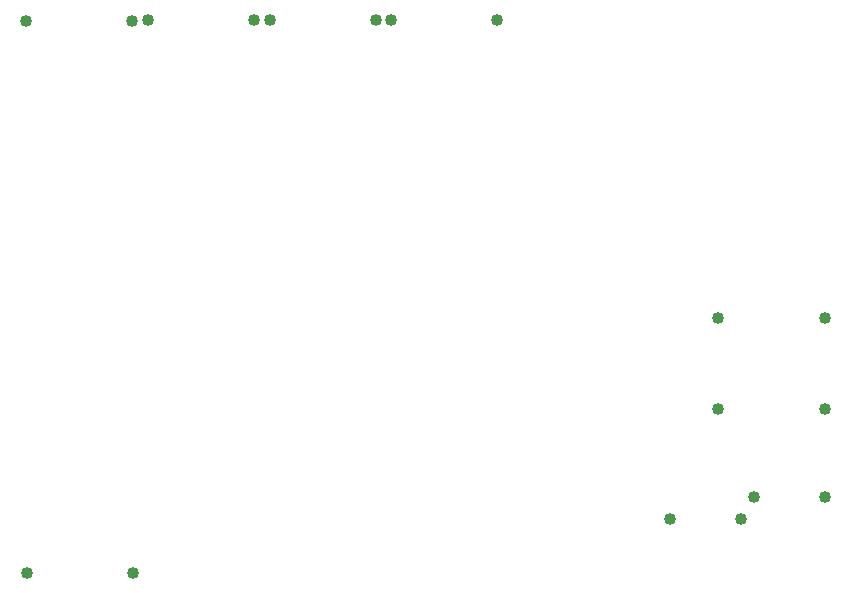
<source format=gbr>
%FSTAX23Y23*%
%MOIN*%
%SFA1B1*%

%IPPOS*%
%ADD83C,0.040000*%
%LNtemperature_monitor_&_display_npth_drill-1*%
%LPD*%
G54D83*
X02442Y0026D03*
X02678D03*
X02958Y00333D03*
X02722D03*
X00652Y00079D03*
X00298D03*
X01513Y01921D03*
X01867D03*
X01108D03*
X01462D03*
X02958Y0093D03*
X02604D03*
X02958Y00625D03*
X02604D03*
X00703Y01921D03*
X01057D03*
X00651Y0192D03*
X00297D03*
M02*
</source>
